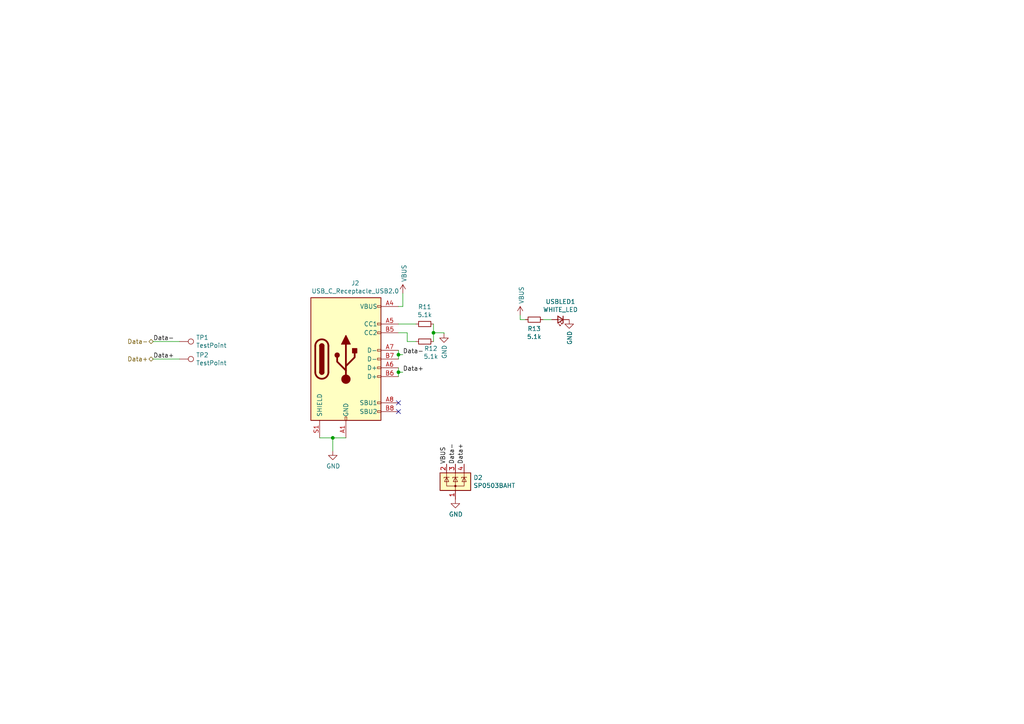
<source format=kicad_sch>
(kicad_sch (version 20231120) (generator "eeschema") (generator_version "8.0")
  (paper "A4")
  (lib_symbols
    (symbol "Connector:TestPoint" (pin_numbers hide) (pin_names (offset 0.762) hide)
      (property "Reference" "TP" (at 0 6.858 0))
      (property "Value" "TestPoint" (at 0 5.08 0))
      (symbol "TestPoint_0_1"
        (circle (center 0 3.302) (radius 0.762))
      )
      (symbol "TestPoint_1_1"
        (pin passive line (at 0 0 90) (length 2.54) (name "1") (number "1"))
      )
    )
    (symbol "Connector:USB_C_Receptacle_USB2.0" (pin_names (offset 1.016))
      (property "Reference" "J" (at -10.16 19.05 0))
      (property "Value" "USB_C_Receptacle_USB2.0" (at 19.05 19.05 0))
      (symbol "USB_C_Receptacle_USB2.0_0_0"
        (rectangle (start -0.254 -17.78) (end 0.254 -16.764))
        (rectangle (start 10.16 -14.986) (end 9.144 -15.494))
        (rectangle (start 10.16 -12.446) (end 9.144 -12.954))
        (rectangle (start 10.16 -4.826) (end 9.144 -5.334))
        (rectangle (start 10.16 -2.286) (end 9.144 -2.794))
        (rectangle (start 10.16 0.254) (end 9.144 -0.254))
        (rectangle (start 10.16 2.794) (end 9.144 2.286))
        (rectangle (start 10.16 7.874) (end 9.144 7.366))
        (rectangle (start 10.16 10.414) (end 9.144 9.906))
        (rectangle (start 10.16 15.494) (end 9.144 14.986))
      )
      (symbol "USB_C_Receptacle_USB2.0_0_1"
        (rectangle (start -10.16 17.78) (end 10.16 -17.78) (stroke (width 0.254)) (fill (type background)))
        (arc (start -8.89 -3.81) (mid -6.985 -5.7067) (end -5.08 -3.81) (stroke (width 0.508)))
        (arc (start -7.62 -3.81) (mid -6.985 -4.4423) (end -6.35 -3.81) (stroke (width 0.254)))
        (arc (start -7.62 -3.81) (mid -6.985 -4.4423) (end -6.35 -3.81) (stroke (width 0.254)) (fill (type outline)))
        (rectangle (start -7.62 -3.81) (end -6.35 3.81) (stroke (width 0.254)) (fill (type outline)))
        (arc (start -6.35 3.81) (mid -6.985 4.4423) (end -7.62 3.81) (stroke (width 0.254)))
        (arc (start -6.35 3.81) (mid -6.985 4.4423) (end -7.62 3.81) (stroke (width 0.254)) (fill (type outline)))
        (arc (start -5.08 3.81) (mid -6.985 5.7067) (end -8.89 3.81) (stroke (width 0.508)))
        (circle (center -2.54 1.143) (radius 0.635) (stroke (width 0.254)) (fill (type outline)))
        (circle (center 0 -5.842) (radius 1.27) (fill (type outline)))
        (polyline (pts (xy -8.89 -3.81) (xy -8.89 3.81)) (stroke (width 0.508)))
        (polyline (pts (xy -5.08 3.81) (xy -5.08 -3.81)) (stroke (width 0.508)))
        (polyline (pts (xy 0 -5.842) (xy 0 4.318)) (stroke (width 0.508)))
        (polyline (pts (xy 0 -3.302) (xy -2.54 -0.762) (xy -2.54 0.508)) (stroke (width 0.508)))
        (polyline (pts (xy 0 -2.032) (xy 2.54 0.508) (xy 2.54 1.778)) (stroke (width 0.508)))
        (polyline (pts (xy -1.27 4.318) (xy 0 6.858) (xy 1.27 4.318) (xy -1.27 4.318)) (stroke (width 0.254)) (fill (type outline)))
        (rectangle (start 1.905 1.778) (end 3.175 3.048) (stroke (width 0.254)) (fill (type outline)))
      )
      (symbol "USB_C_Receptacle_USB2.0_1_1"
        (pin passive line (at 0 -22.86 90) (length 5.08) (name "GND") (number "A1"))
        (pin passive line (at 0 -22.86 90) (length 5.08) hide (name "GND") (number "A12"))
        (pin passive line (at 15.24 15.24 180) (length 5.08) (name "VBUS") (number "A4"))
        (pin bidirectional line (at 15.24 10.16 180) (length 5.08) (name "CC1") (number "A5"))
        (pin bidirectional line (at 15.24 -2.54 180) (length 5.08) (name "D+") (number "A6"))
        (pin bidirectional line (at 15.24 2.54 180) (length 5.08) (name "D-") (number "A7"))
        (pin bidirectional line (at 15.24 -12.7 180) (length 5.08) (name "SBU1") (number "A8"))
        (pin passive line (at 15.24 15.24 180) (length 5.08) hide (name "VBUS") (number "A9"))
        (pin passive line (at 0 -22.86 90) (length 5.08) hide (name "GND") (number "B1"))
        (pin passive line (at 0 -22.86 90) (length 5.08) hide (name "GND") (number "B12"))
        (pin passive line (at 15.24 15.24 180) (length 5.08) hide (name "VBUS") (number "B4"))
        (pin bidirectional line (at 15.24 7.62 180) (length 5.08) (name "CC2") (number "B5"))
        (pin bidirectional line (at 15.24 -5.08 180) (length 5.08) (name "D+") (number "B6"))
        (pin bidirectional line (at 15.24 0 180) (length 5.08) (name "D-") (number "B7"))
        (pin bidirectional line (at 15.24 -15.24 180) (length 5.08) (name "SBU2") (number "B8"))
        (pin passive line (at 15.24 15.24 180) (length 5.08) hide (name "VBUS") (number "B9"))
        (pin passive line (at -7.62 -22.86 90) (length 5.08) (name "SHIELD") (number "S1"))
      )
    )
    (symbol "Device:LED_Small" (pin_numbers hide) (pin_names (offset 0.254) hide)
      (property "Reference" "D" (at -1.27 3.175 0))
      (property "Value" "LED_Small" (at -4.445 -2.54 0))
      (symbol "LED_Small_0_1"
        (polyline (pts (xy -0.762 -1.016) (xy -0.762 1.016)) (stroke (width 0.254)))
        (polyline (pts (xy 1.016 0) (xy -0.762 0)))
        (polyline (pts (xy 0.762 -1.016) (xy -0.762 0) (xy 0.762 1.016) (xy 0.762 -1.016)) (stroke (width 0.254)))
        (polyline (pts (xy 0 0.762) (xy -0.508 1.27) (xy -0.254 1.27) (xy -0.508 1.27) (xy -0.508 1.016)))
        (polyline (pts (xy 0.508 1.27) (xy 0 1.778) (xy 0.254 1.778) (xy 0 1.778) (xy 0 1.524)))
      )
      (symbol "LED_Small_1_1"
        (pin passive line (at -2.54 0 0) (length 1.778) (name "K") (number "1"))
        (pin passive line (at 2.54 0 180) (length 1.778) (name "A") (number "2"))
      )
    )
    (symbol "Device:R_Small" (pin_numbers hide) (pin_names (offset 0.254) hide)
      (property "Reference" "R" (at 0.762 0.508 0))
      (property "Value" "R_Small" (at 0.762 -1.016 0))
      (symbol "R_Small_0_1"
        (rectangle (start -0.762 1.778) (end 0.762 -1.778) (stroke (width 0.2032)))
      )
      (symbol "R_Small_1_1"
        (pin passive line (at 0 2.54 270) (length 0.762) (name "~") (number "1"))
        (pin passive line (at 0 -2.54 90) (length 0.762) (name "~") (number "2"))
      )
    )
    (symbol "Power_Protection:SP0503BAHT" (pin_names hide)
      (property "Reference" "D" (at 5.715 2.54 0))
      (property "Value" "SP0503BAHT" (at 5.715 0.635 0))
      (symbol "SP0503BAHT_0_0"
        (pin passive line (at 0 -5.08 90) (length 2.54) (name "A") (number "1"))
      )
      (symbol "SP0503BAHT_0_1"
        (rectangle (start -4.445 2.54) (end 4.445 -2.54) (stroke (width 0.254)) (fill (type background)))
        (circle (center 0 -1.27) (radius 0.254) (fill (type outline)))
        (polyline (pts (xy -2.54 2.54) (xy -2.54 1.27)))
        (polyline (pts (xy 0 -1.27) (xy 0 -2.54)))
        (polyline (pts (xy 0 -1.27) (xy 0 1.27)))
        (polyline (pts (xy 0 2.54) (xy 0 1.27)))
        (polyline (pts (xy 0.635 1.27) (xy 0.762 1.27)))
        (polyline (pts (xy 2.54 2.54) (xy 2.54 1.27)))
        (polyline (pts (xy 0.635 1.27) (xy -0.762 1.27) (xy -0.762 1.016)))
        (polyline (pts (xy -3.302 1.016) (xy -3.302 1.27) (xy -1.905 1.27) (xy -1.778 1.27)))
        (polyline (pts (xy -2.54 1.27) (xy -2.54 -1.27) (xy 2.54 -1.27) (xy 2.54 1.27)))
        (polyline (pts (xy -2.54 1.27) (xy -1.905 0) (xy -3.175 0) (xy -2.54 1.27)))
        (polyline (pts (xy 0.635 0) (xy -0.635 0) (xy 0 1.27) (xy 0.635 0)))
        (polyline (pts (xy 1.778 1.016) (xy 1.778 1.27) (xy 3.175 1.27) (xy 3.302 1.27)))
        (polyline (pts (xy 2.54 1.27) (xy 1.905 0) (xy 3.175 0) (xy 2.54 1.27)))
      )
      (symbol "SP0503BAHT_1_1"
        (pin passive line (at -2.54 5.08 270) (length 2.54) (name "K") (number "2"))
        (pin passive line (at 0 5.08 270) (length 2.54) (name "K") (number "3"))
        (pin passive line (at 2.54 5.08 270) (length 2.54) (name "K") (number "4"))
      )
    )
    (symbol "power:GND" (power) (pin_names (offset 0))
      (property "Value" "GND" (at 0 -3.81 0))
      (symbol "GND_0_1"
        (polyline (pts (xy 0 0) (xy 0 -1.27) (xy 1.27 -1.27) (xy 0 -2.54) (xy -1.27 -1.27) (xy 0 -1.27)))
      )
      (symbol "GND_1_1"
        (pin power_in line (at 0 0 270) (length 0) hide (name "GND") (number "1"))
      )
    )
    (symbol "power:VBUS" (power) (pin_names (offset 0))
      (property "Value" "VBUS" (at 0 3.81 0))
      (symbol "VBUS_0_1"
        (polyline (pts (xy -0.762 1.27) (xy 0 2.54)))
        (polyline (pts (xy 0 0) (xy 0 2.54)))
        (polyline (pts (xy 0 2.54) (xy 0.762 1.27)))
      )
      (symbol "VBUS_1_1"
        (pin power_in line (at 0 0 90) (length 0) hide (name "VBUS") (number "1"))
      )
    )
  )
  (junction (at 115.57 107.95))
  (junction (at 125.73 96.52))
  (junction (at 96.52 127))
  (junction (at 115.57 102.87))
  (no_connect (at 115.57 119.38))
  (no_connect (at 115.57 116.84))
  (wire (pts (xy 115.57 96.52) (xy 118.11 96.52)))
  (wire (pts (xy 44.45 104.14) (xy 52.07 104.14)))
  (wire (pts (xy 96.52 127) (xy 96.52 130.81)))
  (wire (pts (xy 115.57 107.95) (xy 115.57 109.22)))
  (wire (pts (xy 118.11 96.52) (xy 118.11 99.06)))
  (wire (pts (xy 160.02 92.71) (xy 157.48 92.71)))
  (wire (pts (xy 115.57 102.87) (xy 115.57 101.6)))
  (wire (pts (xy 150.876 91.44) (xy 150.876 92.71)))
  (wire (pts (xy 115.57 102.87) (xy 116.84 102.87)))
  (wire (pts (xy 116.84 85.09) (xy 116.84 88.9)))
  (wire (pts (xy 125.73 93.98) (xy 125.73 96.52)))
  (wire (pts (xy 92.71 127) (xy 96.52 127)))
  (wire (pts (xy 115.57 93.98) (xy 120.65 93.98)))
  (wire (pts (xy 152.4 92.71) (xy 150.876 92.71)))
  (wire (pts (xy 125.73 99.06) (xy 125.73 96.52)))
  (wire (pts (xy 96.52 127) (xy 100.33 127)))
  (wire (pts (xy 125.73 96.52) (xy 128.778 96.52)))
  (wire (pts (xy 115.57 106.68) (xy 115.57 107.95)))
  (wire (pts (xy 115.57 104.14) (xy 115.57 102.87)))
  (wire (pts (xy 115.57 107.95) (xy 116.84 107.95)))
  (wire (pts (xy 116.84 88.9) (xy 115.57 88.9)))
  (wire (pts (xy 118.11 99.06) (xy 120.65 99.06)))
  (wire (pts (xy 128.778 96.52) (xy 128.778 96.774)))
  (wire (pts (xy 44.45 99.06) (xy 52.07 99.06)))
  (label "Data+" (at 134.62 134.62 90))
  (label "VBUS" (at 129.54 134.62 90))
  (label "Data+" (at 44.45 104.14 0))
  (label "Data-" (at 44.45 99.06 0))
  (label "Data-" (at 132.08 134.62 90))
  (label "Data-" (at 116.84 102.87 0))
  (label "Data+" (at 116.84 107.95 0))
  (hierarchical_label "Data-" (shape bidirectional) (at 44.45 99.06 180))
  (hierarchical_label "Data+" (shape bidirectional) (at 44.45 104.14 180))
  (symbol (lib_id "power:GND") (at 128.778 96.774 0) (unit 1)
    (property "Reference" "#PWR031" (effects (hide yes)))
    (property "Value" "GND" (at 128.905 100.0252 90) (effects (justify right)))
  )
  (symbol (lib_id "Device:R_Small") (at 123.19 99.06 270) (unit 1)
    (property "Reference" "R12" (at 124.968 101.092 90))
    (property "Value" "5.1k" (at 124.968 103.4034 90))
    (property "Footprint" "Resistor_SMD:R_0402_1005Metric" (effects (hide yes)))
  )
  (symbol (lib_id "Device:R_Small") (at 123.19 93.98 90) (unit 1)
    (property "Reference" "R11" (at 123.19 89.0016 90))
    (property "Value" "5.1k" (at 123.19 91.313 90))
    (property "Footprint" "Resistor_SMD:R_0402_1005Metric" (effects (hide yes)))
  )
  (symbol (lib_id "power:GND") (at 96.52 130.81 0) (unit 1)
    (property "Reference" "#PWR029" (effects (hide yes)))
    (property "Value" "GND" (at 96.647 135.2042 0))
  )
  (symbol (lib_id "Connector:USB_C_Receptacle_USB2.0") (at 100.33 104.14 0) (unit 1)
    (property "Reference" "J2" (at 103.0478 82.1182 0))
    (property "Value" "USB_C_Receptacle_USB2.0" (at 103.0478 84.4296 0))
    (property "Footprint" "Connector_USB:USB_C_Receptacle_Palconn_UTC16-G" (effects (hide yes)))
    (property "Datasheet" "https://www.usb.org/sites/default/files/documents/usb_type-c.zip" (effects (hide yes)))
  )
  (symbol (lib_id "power:GND") (at 132.08 144.78 0) (unit 1)
    (property "Reference" "#PWR032" (effects (hide yes)))
    (property "Value" "GND" (at 132.207 149.1742 0))
  )
  (symbol (lib_id "Power_Protection:SP0503BAHT") (at 132.08 139.7 0) (unit 1)
    (property "Reference" "D2" (at 137.287 138.5316 0) (effects (justify left)))
    (property "Value" "SP0503BAHT" (at 137.287 140.843 0) (effects (justify left)))
    (property "Footprint" "Package_TO_SOT_SMD:SOT-143" (effects (hide yes)))
    (property "Datasheet" "http://www.littelfuse.com/~/media/files/littelfuse/technical%20resources/documents/data%20sheets/sp05xxba.pdf" (effects (hide yes)))
  )
  (symbol (lib_id "power:VBUS") (at 116.84 85.09 0) (unit 1)
    (property "Reference" "#PWR030" (effects (hide yes)))
    (property "Value" "VBUS" (at 117.221 81.8388 90) (effects (justify left)))
  )
  (symbol (lib_id "Connector:TestPoint") (at 52.07 99.06 270) (unit 1)
    (property "Reference" "TP1" (at 56.8452 97.8916 90) (effects (justify left)))
    (property "Value" "TestPoint" (at 56.8452 100.203 90) (effects (justify left)))
    (property "Footprint" "TestPoint:TestPoint_Pad_D1.0mm" (effects (hide yes)))
  )
  (symbol (lib_id "Connector:TestPoint") (at 52.07 104.14 270) (unit 1)
    (property "Reference" "TP2" (at 56.8452 102.9716 90) (effects (justify left)))
    (property "Value" "TestPoint" (at 56.8452 105.283 90) (effects (justify left)))
    (property "Footprint" "TestPoint:TestPoint_Pad_D1.0mm" (effects (hide yes)))
  )
  (symbol (lib_id "Device:LED_Small") (at 162.56 92.71 180) (unit 1)
    (property "Reference" "USBLED1" (at 162.56 87.503 0))
    (property "Value" "WHITE_LED" (at 162.56 89.8144 0))
    (property "Footprint" "Resistor_SMD:R_0402_1005Metric" (effects (hide yes)))
  )
  (symbol (lib_id "Device:R_Small") (at 154.94 92.71 90) (unit 1)
    (property "Reference" "R13" (at 154.94 95.3516 90))
    (property "Value" "5.1k" (at 154.94 97.663 90))
    (property "Footprint" "Resistor_SMD:R_0402_1005Metric" (effects (hide yes)))
  )
  (symbol (lib_id "power:GND") (at 165.1 92.71 0) (unit 1)
    (property "Reference" "#PWR034" (effects (hide yes)))
    (property "Value" "GND" (at 165.227 95.9612 90) (effects (justify right)))
  )
  (symbol (lib_id "power:VBUS") (at 150.876 91.44 0) (unit 1)
    (property "Reference" "#PWR033" (effects (hide yes)))
    (property "Value" "VBUS" (at 151.257 88.1888 90) (effects (justify left)))
  )
)
</source>
